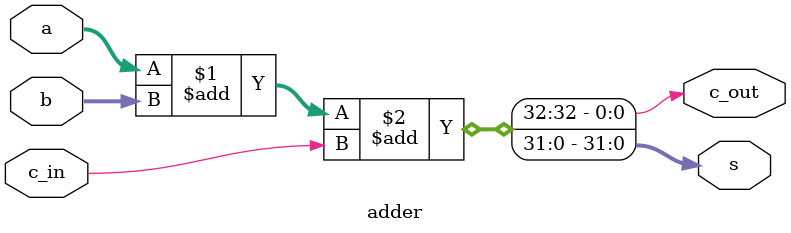
<source format=v>

module adder #(parameter N=32)
(
    input [N-1:0]a,b,
    input c_in,
    output [N-1:0]s,
    output c_out
);
assign {c_out,s}=a+b+c_in;

endmodule
</source>
